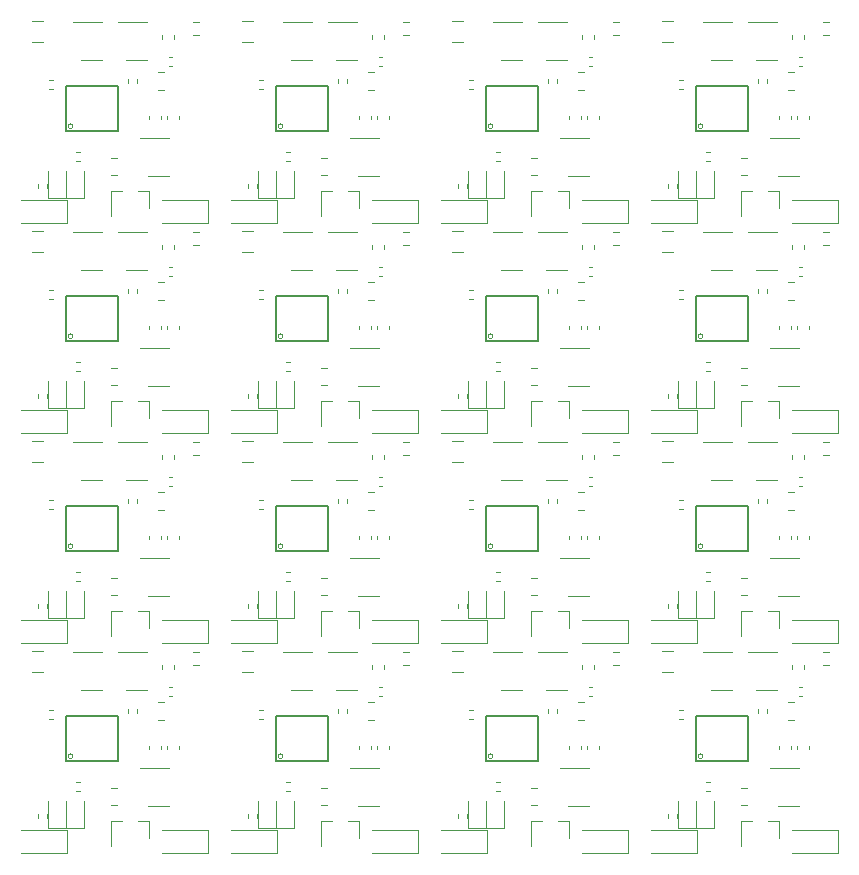
<source format=gbr>
%TF.GenerationSoftware,KiCad,Pcbnew,5.1.8*%
%TF.CreationDate,2020-11-29T15:40:31+01:00*%
%TF.ProjectId,panel,70616e65-6c2e-46b6-9963-61645f706362,rev?*%
%TF.SameCoordinates,Original*%
%TF.FileFunction,Legend,Top*%
%TF.FilePolarity,Positive*%
%FSLAX46Y46*%
G04 Gerber Fmt 4.6, Leading zero omitted, Abs format (unit mm)*
G04 Created by KiCad (PCBNEW 5.1.8) date 2020-11-29 15:40:31*
%MOMM*%
%LPD*%
G01*
G04 APERTURE LIST*
%ADD10C,0.120000*%
%ADD11C,0.100000*%
%ADD12C,0.127000*%
G04 APERTURE END LIST*
D10*
%TO.C,D1*%
X108447016Y-116408516D02*
X108447016Y-118693516D01*
X108447016Y-118693516D02*
X109917016Y-118693516D01*
X109917016Y-118693516D02*
X109917016Y-116408516D01*
%TO.C,D2*%
X106923016Y-116408516D02*
X106923016Y-118693516D01*
X106923016Y-118693516D02*
X108393016Y-118693516D01*
X108393016Y-118693516D02*
X108393016Y-116408516D01*
%TO.C,F1*%
X106469471Y-105520016D02*
X105488561Y-105520016D01*
X106469471Y-103700016D02*
X105488561Y-103700016D01*
D11*
%TO.C,IC1*%
X109004016Y-112611016D02*
G75*
G03*
X109004016Y-112611016I-203000J0D01*
G01*
D12*
X108379016Y-109182016D02*
X108379016Y-112992016D01*
X112779016Y-109182016D02*
X108379016Y-109182016D01*
X112779016Y-112992016D02*
X112779016Y-109182016D01*
X108379016Y-112992016D02*
X112779016Y-112992016D01*
D10*
%TO.C,Q1*%
X115400016Y-118090016D02*
X114470016Y-118090016D01*
X112240016Y-118090016D02*
X113170016Y-118090016D01*
X112240016Y-118090016D02*
X112240016Y-120250016D01*
X115400016Y-118090016D02*
X115400016Y-119550016D01*
%TO.C,R1*%
X109587657Y-115531016D02*
X109280375Y-115531016D01*
X109587657Y-114771016D02*
X109280375Y-114771016D01*
%TO.C,R2*%
X113628016Y-108956657D02*
X113628016Y-108649375D01*
X114388016Y-108956657D02*
X114388016Y-108649375D01*
%TO.C,R3*%
X106998375Y-108675016D02*
X107305657Y-108675016D01*
X106998375Y-109435016D02*
X107305657Y-109435016D01*
%TO.C,R4*%
X106008016Y-117846657D02*
X106008016Y-117539375D01*
X106768016Y-117846657D02*
X106768016Y-117539375D01*
%TO.C,R5*%
X117402157Y-107530016D02*
X117094875Y-107530016D01*
X117402157Y-106770016D02*
X117094875Y-106770016D01*
%TO.C,U1*%
X115351016Y-116827016D02*
X117151016Y-116827016D01*
X117151016Y-113607016D02*
X114701016Y-113607016D01*
%TO.C,U2*%
X113446016Y-106976016D02*
X115246016Y-106976016D01*
X115246016Y-103756016D02*
X112796016Y-103756016D01*
%TO.C,U3*%
X109636016Y-106976016D02*
X111436016Y-106976016D01*
X111436016Y-103756016D02*
X108986016Y-103756016D01*
%TO.C,D3*%
X108510016Y-120850016D02*
X108510016Y-118850016D01*
X108510016Y-118850016D02*
X104610016Y-118850016D01*
X108510016Y-120850016D02*
X104610016Y-120850016D01*
%TO.C,D4*%
X120450016Y-120850016D02*
X120450016Y-118850016D01*
X120450016Y-118850016D02*
X116550016Y-118850016D01*
X120450016Y-120850016D02*
X116550016Y-120850016D01*
%TO.C,C1*%
X112745268Y-116775016D02*
X112222764Y-116775016D01*
X112745268Y-115305016D02*
X112222764Y-115305016D01*
%TO.C,C2*%
X116220764Y-108066016D02*
X116743268Y-108066016D01*
X116220764Y-109536016D02*
X116743268Y-109536016D01*
%TO.C,C3*%
X115403016Y-112002596D02*
X115403016Y-111721436D01*
X116423016Y-112002596D02*
X116423016Y-111721436D01*
%TO.C,C4*%
X116927016Y-112002596D02*
X116927016Y-111721436D01*
X117947016Y-112002596D02*
X117947016Y-111721436D01*
%TO.C,C5*%
X116546016Y-105208096D02*
X116546016Y-104926936D01*
X117566016Y-105208096D02*
X117566016Y-104926936D01*
%TO.C,R6*%
X119167758Y-103833516D02*
X119642274Y-103833516D01*
X119167758Y-104878516D02*
X119642274Y-104878516D01*
%TO.C,D1*%
X90667011Y-116408516D02*
X90667011Y-118693516D01*
X90667011Y-118693516D02*
X92137011Y-118693516D01*
X92137011Y-118693516D02*
X92137011Y-116408516D01*
%TO.C,D2*%
X89143011Y-116408516D02*
X89143011Y-118693516D01*
X89143011Y-118693516D02*
X90613011Y-118693516D01*
X90613011Y-118693516D02*
X90613011Y-116408516D01*
%TO.C,F1*%
X88689466Y-105520016D02*
X87708556Y-105520016D01*
X88689466Y-103700016D02*
X87708556Y-103700016D01*
D11*
%TO.C,IC1*%
X91224011Y-112611016D02*
G75*
G03*
X91224011Y-112611016I-203000J0D01*
G01*
D12*
X90599011Y-109182016D02*
X90599011Y-112992016D01*
X94999011Y-109182016D02*
X90599011Y-109182016D01*
X94999011Y-112992016D02*
X94999011Y-109182016D01*
X90599011Y-112992016D02*
X94999011Y-112992016D01*
D10*
%TO.C,Q1*%
X97620011Y-118090016D02*
X96690011Y-118090016D01*
X94460011Y-118090016D02*
X95390011Y-118090016D01*
X94460011Y-118090016D02*
X94460011Y-120250016D01*
X97620011Y-118090016D02*
X97620011Y-119550016D01*
%TO.C,R1*%
X91807652Y-115531016D02*
X91500370Y-115531016D01*
X91807652Y-114771016D02*
X91500370Y-114771016D01*
%TO.C,R2*%
X95848011Y-108956657D02*
X95848011Y-108649375D01*
X96608011Y-108956657D02*
X96608011Y-108649375D01*
%TO.C,R3*%
X89218370Y-108675016D02*
X89525652Y-108675016D01*
X89218370Y-109435016D02*
X89525652Y-109435016D01*
%TO.C,R4*%
X88228011Y-117846657D02*
X88228011Y-117539375D01*
X88988011Y-117846657D02*
X88988011Y-117539375D01*
%TO.C,R5*%
X99622152Y-107530016D02*
X99314870Y-107530016D01*
X99622152Y-106770016D02*
X99314870Y-106770016D01*
%TO.C,U1*%
X97571011Y-116827016D02*
X99371011Y-116827016D01*
X99371011Y-113607016D02*
X96921011Y-113607016D01*
%TO.C,U2*%
X95666011Y-106976016D02*
X97466011Y-106976016D01*
X97466011Y-103756016D02*
X95016011Y-103756016D01*
%TO.C,U3*%
X91856011Y-106976016D02*
X93656011Y-106976016D01*
X93656011Y-103756016D02*
X91206011Y-103756016D01*
%TO.C,D3*%
X90730011Y-120850016D02*
X90730011Y-118850016D01*
X90730011Y-118850016D02*
X86830011Y-118850016D01*
X90730011Y-120850016D02*
X86830011Y-120850016D01*
%TO.C,D4*%
X102670011Y-120850016D02*
X102670011Y-118850016D01*
X102670011Y-118850016D02*
X98770011Y-118850016D01*
X102670011Y-120850016D02*
X98770011Y-120850016D01*
%TO.C,C1*%
X94965263Y-116775016D02*
X94442759Y-116775016D01*
X94965263Y-115305016D02*
X94442759Y-115305016D01*
%TO.C,C2*%
X98440759Y-108066016D02*
X98963263Y-108066016D01*
X98440759Y-109536016D02*
X98963263Y-109536016D01*
%TO.C,C3*%
X97623011Y-112002596D02*
X97623011Y-111721436D01*
X98643011Y-112002596D02*
X98643011Y-111721436D01*
%TO.C,C4*%
X99147011Y-112002596D02*
X99147011Y-111721436D01*
X100167011Y-112002596D02*
X100167011Y-111721436D01*
%TO.C,C5*%
X98766011Y-105208096D02*
X98766011Y-104926936D01*
X99786011Y-105208096D02*
X99786011Y-104926936D01*
%TO.C,R6*%
X101387753Y-103833516D02*
X101862269Y-103833516D01*
X101387753Y-104878516D02*
X101862269Y-104878516D01*
%TO.C,D1*%
X72887006Y-116408516D02*
X72887006Y-118693516D01*
X72887006Y-118693516D02*
X74357006Y-118693516D01*
X74357006Y-118693516D02*
X74357006Y-116408516D01*
%TO.C,D2*%
X71363006Y-116408516D02*
X71363006Y-118693516D01*
X71363006Y-118693516D02*
X72833006Y-118693516D01*
X72833006Y-118693516D02*
X72833006Y-116408516D01*
%TO.C,F1*%
X70909461Y-105520016D02*
X69928551Y-105520016D01*
X70909461Y-103700016D02*
X69928551Y-103700016D01*
D11*
%TO.C,IC1*%
X73444006Y-112611016D02*
G75*
G03*
X73444006Y-112611016I-203000J0D01*
G01*
D12*
X72819006Y-109182016D02*
X72819006Y-112992016D01*
X77219006Y-109182016D02*
X72819006Y-109182016D01*
X77219006Y-112992016D02*
X77219006Y-109182016D01*
X72819006Y-112992016D02*
X77219006Y-112992016D01*
D10*
%TO.C,Q1*%
X79840006Y-118090016D02*
X78910006Y-118090016D01*
X76680006Y-118090016D02*
X77610006Y-118090016D01*
X76680006Y-118090016D02*
X76680006Y-120250016D01*
X79840006Y-118090016D02*
X79840006Y-119550016D01*
%TO.C,R1*%
X74027647Y-115531016D02*
X73720365Y-115531016D01*
X74027647Y-114771016D02*
X73720365Y-114771016D01*
%TO.C,R2*%
X78068006Y-108956657D02*
X78068006Y-108649375D01*
X78828006Y-108956657D02*
X78828006Y-108649375D01*
%TO.C,R3*%
X71438365Y-108675016D02*
X71745647Y-108675016D01*
X71438365Y-109435016D02*
X71745647Y-109435016D01*
%TO.C,R4*%
X70448006Y-117846657D02*
X70448006Y-117539375D01*
X71208006Y-117846657D02*
X71208006Y-117539375D01*
%TO.C,R5*%
X81842147Y-107530016D02*
X81534865Y-107530016D01*
X81842147Y-106770016D02*
X81534865Y-106770016D01*
%TO.C,U1*%
X79791006Y-116827016D02*
X81591006Y-116827016D01*
X81591006Y-113607016D02*
X79141006Y-113607016D01*
%TO.C,U2*%
X77886006Y-106976016D02*
X79686006Y-106976016D01*
X79686006Y-103756016D02*
X77236006Y-103756016D01*
%TO.C,U3*%
X74076006Y-106976016D02*
X75876006Y-106976016D01*
X75876006Y-103756016D02*
X73426006Y-103756016D01*
%TO.C,D3*%
X72950006Y-120850016D02*
X72950006Y-118850016D01*
X72950006Y-118850016D02*
X69050006Y-118850016D01*
X72950006Y-120850016D02*
X69050006Y-120850016D01*
%TO.C,D4*%
X84890006Y-120850016D02*
X84890006Y-118850016D01*
X84890006Y-118850016D02*
X80990006Y-118850016D01*
X84890006Y-120850016D02*
X80990006Y-120850016D01*
%TO.C,C1*%
X77185258Y-116775016D02*
X76662754Y-116775016D01*
X77185258Y-115305016D02*
X76662754Y-115305016D01*
%TO.C,C2*%
X80660754Y-108066016D02*
X81183258Y-108066016D01*
X80660754Y-109536016D02*
X81183258Y-109536016D01*
%TO.C,C3*%
X79843006Y-112002596D02*
X79843006Y-111721436D01*
X80863006Y-112002596D02*
X80863006Y-111721436D01*
%TO.C,C4*%
X81367006Y-112002596D02*
X81367006Y-111721436D01*
X82387006Y-112002596D02*
X82387006Y-111721436D01*
%TO.C,C5*%
X80986006Y-105208096D02*
X80986006Y-104926936D01*
X82006006Y-105208096D02*
X82006006Y-104926936D01*
%TO.C,R6*%
X83607748Y-103833516D02*
X84082264Y-103833516D01*
X83607748Y-104878516D02*
X84082264Y-104878516D01*
%TO.C,D1*%
X55107001Y-116408516D02*
X55107001Y-118693516D01*
X55107001Y-118693516D02*
X56577001Y-118693516D01*
X56577001Y-118693516D02*
X56577001Y-116408516D01*
%TO.C,D2*%
X53583001Y-116408516D02*
X53583001Y-118693516D01*
X53583001Y-118693516D02*
X55053001Y-118693516D01*
X55053001Y-118693516D02*
X55053001Y-116408516D01*
%TO.C,F1*%
X53129456Y-105520016D02*
X52148546Y-105520016D01*
X53129456Y-103700016D02*
X52148546Y-103700016D01*
D11*
%TO.C,IC1*%
X55664001Y-112611016D02*
G75*
G03*
X55664001Y-112611016I-203000J0D01*
G01*
D12*
X55039001Y-109182016D02*
X55039001Y-112992016D01*
X59439001Y-109182016D02*
X55039001Y-109182016D01*
X59439001Y-112992016D02*
X59439001Y-109182016D01*
X55039001Y-112992016D02*
X59439001Y-112992016D01*
D10*
%TO.C,Q1*%
X62060001Y-118090016D02*
X61130001Y-118090016D01*
X58900001Y-118090016D02*
X59830001Y-118090016D01*
X58900001Y-118090016D02*
X58900001Y-120250016D01*
X62060001Y-118090016D02*
X62060001Y-119550016D01*
%TO.C,R1*%
X56247642Y-115531016D02*
X55940360Y-115531016D01*
X56247642Y-114771016D02*
X55940360Y-114771016D01*
%TO.C,R2*%
X60288001Y-108956657D02*
X60288001Y-108649375D01*
X61048001Y-108956657D02*
X61048001Y-108649375D01*
%TO.C,R3*%
X53658360Y-108675016D02*
X53965642Y-108675016D01*
X53658360Y-109435016D02*
X53965642Y-109435016D01*
%TO.C,R4*%
X52668001Y-117846657D02*
X52668001Y-117539375D01*
X53428001Y-117846657D02*
X53428001Y-117539375D01*
%TO.C,R5*%
X64062142Y-107530016D02*
X63754860Y-107530016D01*
X64062142Y-106770016D02*
X63754860Y-106770016D01*
%TO.C,U1*%
X62011001Y-116827016D02*
X63811001Y-116827016D01*
X63811001Y-113607016D02*
X61361001Y-113607016D01*
%TO.C,U2*%
X60106001Y-106976016D02*
X61906001Y-106976016D01*
X61906001Y-103756016D02*
X59456001Y-103756016D01*
%TO.C,U3*%
X56296001Y-106976016D02*
X58096001Y-106976016D01*
X58096001Y-103756016D02*
X55646001Y-103756016D01*
%TO.C,D3*%
X55170001Y-120850016D02*
X55170001Y-118850016D01*
X55170001Y-118850016D02*
X51270001Y-118850016D01*
X55170001Y-120850016D02*
X51270001Y-120850016D01*
%TO.C,D4*%
X67110001Y-120850016D02*
X67110001Y-118850016D01*
X67110001Y-118850016D02*
X63210001Y-118850016D01*
X67110001Y-120850016D02*
X63210001Y-120850016D01*
%TO.C,C1*%
X59405253Y-116775016D02*
X58882749Y-116775016D01*
X59405253Y-115305016D02*
X58882749Y-115305016D01*
%TO.C,C2*%
X62880749Y-108066016D02*
X63403253Y-108066016D01*
X62880749Y-109536016D02*
X63403253Y-109536016D01*
%TO.C,C3*%
X62063001Y-112002596D02*
X62063001Y-111721436D01*
X63083001Y-112002596D02*
X63083001Y-111721436D01*
%TO.C,C4*%
X63587001Y-112002596D02*
X63587001Y-111721436D01*
X64607001Y-112002596D02*
X64607001Y-111721436D01*
%TO.C,C5*%
X63206001Y-105208096D02*
X63206001Y-104926936D01*
X64226001Y-105208096D02*
X64226001Y-104926936D01*
%TO.C,R6*%
X65827743Y-103833516D02*
X66302259Y-103833516D01*
X65827743Y-104878516D02*
X66302259Y-104878516D01*
%TO.C,D1*%
X108447016Y-98628511D02*
X108447016Y-100913511D01*
X108447016Y-100913511D02*
X109917016Y-100913511D01*
X109917016Y-100913511D02*
X109917016Y-98628511D01*
%TO.C,D2*%
X106923016Y-98628511D02*
X106923016Y-100913511D01*
X106923016Y-100913511D02*
X108393016Y-100913511D01*
X108393016Y-100913511D02*
X108393016Y-98628511D01*
%TO.C,F1*%
X106469471Y-87740011D02*
X105488561Y-87740011D01*
X106469471Y-85920011D02*
X105488561Y-85920011D01*
D11*
%TO.C,IC1*%
X109004016Y-94831011D02*
G75*
G03*
X109004016Y-94831011I-203000J0D01*
G01*
D12*
X108379016Y-91402011D02*
X108379016Y-95212011D01*
X112779016Y-91402011D02*
X108379016Y-91402011D01*
X112779016Y-95212011D02*
X112779016Y-91402011D01*
X108379016Y-95212011D02*
X112779016Y-95212011D01*
D10*
%TO.C,Q1*%
X115400016Y-100310011D02*
X114470016Y-100310011D01*
X112240016Y-100310011D02*
X113170016Y-100310011D01*
X112240016Y-100310011D02*
X112240016Y-102470011D01*
X115400016Y-100310011D02*
X115400016Y-101770011D01*
%TO.C,R1*%
X109587657Y-97751011D02*
X109280375Y-97751011D01*
X109587657Y-96991011D02*
X109280375Y-96991011D01*
%TO.C,R2*%
X113628016Y-91176652D02*
X113628016Y-90869370D01*
X114388016Y-91176652D02*
X114388016Y-90869370D01*
%TO.C,R3*%
X106998375Y-90895011D02*
X107305657Y-90895011D01*
X106998375Y-91655011D02*
X107305657Y-91655011D01*
%TO.C,R4*%
X106008016Y-100066652D02*
X106008016Y-99759370D01*
X106768016Y-100066652D02*
X106768016Y-99759370D01*
%TO.C,R5*%
X117402157Y-89750011D02*
X117094875Y-89750011D01*
X117402157Y-88990011D02*
X117094875Y-88990011D01*
%TO.C,U1*%
X115351016Y-99047011D02*
X117151016Y-99047011D01*
X117151016Y-95827011D02*
X114701016Y-95827011D01*
%TO.C,U2*%
X113446016Y-89196011D02*
X115246016Y-89196011D01*
X115246016Y-85976011D02*
X112796016Y-85976011D01*
%TO.C,U3*%
X109636016Y-89196011D02*
X111436016Y-89196011D01*
X111436016Y-85976011D02*
X108986016Y-85976011D01*
%TO.C,D3*%
X108510016Y-103070011D02*
X108510016Y-101070011D01*
X108510016Y-101070011D02*
X104610016Y-101070011D01*
X108510016Y-103070011D02*
X104610016Y-103070011D01*
%TO.C,D4*%
X120450016Y-103070011D02*
X120450016Y-101070011D01*
X120450016Y-101070011D02*
X116550016Y-101070011D01*
X120450016Y-103070011D02*
X116550016Y-103070011D01*
%TO.C,C1*%
X112745268Y-98995011D02*
X112222764Y-98995011D01*
X112745268Y-97525011D02*
X112222764Y-97525011D01*
%TO.C,C2*%
X116220764Y-90286011D02*
X116743268Y-90286011D01*
X116220764Y-91756011D02*
X116743268Y-91756011D01*
%TO.C,C3*%
X115403016Y-94222591D02*
X115403016Y-93941431D01*
X116423016Y-94222591D02*
X116423016Y-93941431D01*
%TO.C,C4*%
X116927016Y-94222591D02*
X116927016Y-93941431D01*
X117947016Y-94222591D02*
X117947016Y-93941431D01*
%TO.C,C5*%
X116546016Y-87428091D02*
X116546016Y-87146931D01*
X117566016Y-87428091D02*
X117566016Y-87146931D01*
%TO.C,R6*%
X119167758Y-86053511D02*
X119642274Y-86053511D01*
X119167758Y-87098511D02*
X119642274Y-87098511D01*
%TO.C,D1*%
X90667011Y-98628511D02*
X90667011Y-100913511D01*
X90667011Y-100913511D02*
X92137011Y-100913511D01*
X92137011Y-100913511D02*
X92137011Y-98628511D01*
%TO.C,D2*%
X89143011Y-98628511D02*
X89143011Y-100913511D01*
X89143011Y-100913511D02*
X90613011Y-100913511D01*
X90613011Y-100913511D02*
X90613011Y-98628511D01*
%TO.C,F1*%
X88689466Y-87740011D02*
X87708556Y-87740011D01*
X88689466Y-85920011D02*
X87708556Y-85920011D01*
D11*
%TO.C,IC1*%
X91224011Y-94831011D02*
G75*
G03*
X91224011Y-94831011I-203000J0D01*
G01*
D12*
X90599011Y-91402011D02*
X90599011Y-95212011D01*
X94999011Y-91402011D02*
X90599011Y-91402011D01*
X94999011Y-95212011D02*
X94999011Y-91402011D01*
X90599011Y-95212011D02*
X94999011Y-95212011D01*
D10*
%TO.C,Q1*%
X97620011Y-100310011D02*
X96690011Y-100310011D01*
X94460011Y-100310011D02*
X95390011Y-100310011D01*
X94460011Y-100310011D02*
X94460011Y-102470011D01*
X97620011Y-100310011D02*
X97620011Y-101770011D01*
%TO.C,R1*%
X91807652Y-97751011D02*
X91500370Y-97751011D01*
X91807652Y-96991011D02*
X91500370Y-96991011D01*
%TO.C,R2*%
X95848011Y-91176652D02*
X95848011Y-90869370D01*
X96608011Y-91176652D02*
X96608011Y-90869370D01*
%TO.C,R3*%
X89218370Y-90895011D02*
X89525652Y-90895011D01*
X89218370Y-91655011D02*
X89525652Y-91655011D01*
%TO.C,R4*%
X88228011Y-100066652D02*
X88228011Y-99759370D01*
X88988011Y-100066652D02*
X88988011Y-99759370D01*
%TO.C,R5*%
X99622152Y-89750011D02*
X99314870Y-89750011D01*
X99622152Y-88990011D02*
X99314870Y-88990011D01*
%TO.C,U1*%
X97571011Y-99047011D02*
X99371011Y-99047011D01*
X99371011Y-95827011D02*
X96921011Y-95827011D01*
%TO.C,U2*%
X95666011Y-89196011D02*
X97466011Y-89196011D01*
X97466011Y-85976011D02*
X95016011Y-85976011D01*
%TO.C,U3*%
X91856011Y-89196011D02*
X93656011Y-89196011D01*
X93656011Y-85976011D02*
X91206011Y-85976011D01*
%TO.C,D3*%
X90730011Y-103070011D02*
X90730011Y-101070011D01*
X90730011Y-101070011D02*
X86830011Y-101070011D01*
X90730011Y-103070011D02*
X86830011Y-103070011D01*
%TO.C,D4*%
X102670011Y-103070011D02*
X102670011Y-101070011D01*
X102670011Y-101070011D02*
X98770011Y-101070011D01*
X102670011Y-103070011D02*
X98770011Y-103070011D01*
%TO.C,C1*%
X94965263Y-98995011D02*
X94442759Y-98995011D01*
X94965263Y-97525011D02*
X94442759Y-97525011D01*
%TO.C,C2*%
X98440759Y-90286011D02*
X98963263Y-90286011D01*
X98440759Y-91756011D02*
X98963263Y-91756011D01*
%TO.C,C3*%
X97623011Y-94222591D02*
X97623011Y-93941431D01*
X98643011Y-94222591D02*
X98643011Y-93941431D01*
%TO.C,C4*%
X99147011Y-94222591D02*
X99147011Y-93941431D01*
X100167011Y-94222591D02*
X100167011Y-93941431D01*
%TO.C,C5*%
X98766011Y-87428091D02*
X98766011Y-87146931D01*
X99786011Y-87428091D02*
X99786011Y-87146931D01*
%TO.C,R6*%
X101387753Y-86053511D02*
X101862269Y-86053511D01*
X101387753Y-87098511D02*
X101862269Y-87098511D01*
%TO.C,D1*%
X72887006Y-98628511D02*
X72887006Y-100913511D01*
X72887006Y-100913511D02*
X74357006Y-100913511D01*
X74357006Y-100913511D02*
X74357006Y-98628511D01*
%TO.C,D2*%
X71363006Y-98628511D02*
X71363006Y-100913511D01*
X71363006Y-100913511D02*
X72833006Y-100913511D01*
X72833006Y-100913511D02*
X72833006Y-98628511D01*
%TO.C,F1*%
X70909461Y-87740011D02*
X69928551Y-87740011D01*
X70909461Y-85920011D02*
X69928551Y-85920011D01*
D11*
%TO.C,IC1*%
X73444006Y-94831011D02*
G75*
G03*
X73444006Y-94831011I-203000J0D01*
G01*
D12*
X72819006Y-91402011D02*
X72819006Y-95212011D01*
X77219006Y-91402011D02*
X72819006Y-91402011D01*
X77219006Y-95212011D02*
X77219006Y-91402011D01*
X72819006Y-95212011D02*
X77219006Y-95212011D01*
D10*
%TO.C,Q1*%
X79840006Y-100310011D02*
X78910006Y-100310011D01*
X76680006Y-100310011D02*
X77610006Y-100310011D01*
X76680006Y-100310011D02*
X76680006Y-102470011D01*
X79840006Y-100310011D02*
X79840006Y-101770011D01*
%TO.C,R1*%
X74027647Y-97751011D02*
X73720365Y-97751011D01*
X74027647Y-96991011D02*
X73720365Y-96991011D01*
%TO.C,R2*%
X78068006Y-91176652D02*
X78068006Y-90869370D01*
X78828006Y-91176652D02*
X78828006Y-90869370D01*
%TO.C,R3*%
X71438365Y-90895011D02*
X71745647Y-90895011D01*
X71438365Y-91655011D02*
X71745647Y-91655011D01*
%TO.C,R4*%
X70448006Y-100066652D02*
X70448006Y-99759370D01*
X71208006Y-100066652D02*
X71208006Y-99759370D01*
%TO.C,R5*%
X81842147Y-89750011D02*
X81534865Y-89750011D01*
X81842147Y-88990011D02*
X81534865Y-88990011D01*
%TO.C,U1*%
X79791006Y-99047011D02*
X81591006Y-99047011D01*
X81591006Y-95827011D02*
X79141006Y-95827011D01*
%TO.C,U2*%
X77886006Y-89196011D02*
X79686006Y-89196011D01*
X79686006Y-85976011D02*
X77236006Y-85976011D01*
%TO.C,U3*%
X74076006Y-89196011D02*
X75876006Y-89196011D01*
X75876006Y-85976011D02*
X73426006Y-85976011D01*
%TO.C,D3*%
X72950006Y-103070011D02*
X72950006Y-101070011D01*
X72950006Y-101070011D02*
X69050006Y-101070011D01*
X72950006Y-103070011D02*
X69050006Y-103070011D01*
%TO.C,D4*%
X84890006Y-103070011D02*
X84890006Y-101070011D01*
X84890006Y-101070011D02*
X80990006Y-101070011D01*
X84890006Y-103070011D02*
X80990006Y-103070011D01*
%TO.C,C1*%
X77185258Y-98995011D02*
X76662754Y-98995011D01*
X77185258Y-97525011D02*
X76662754Y-97525011D01*
%TO.C,C2*%
X80660754Y-90286011D02*
X81183258Y-90286011D01*
X80660754Y-91756011D02*
X81183258Y-91756011D01*
%TO.C,C3*%
X79843006Y-94222591D02*
X79843006Y-93941431D01*
X80863006Y-94222591D02*
X80863006Y-93941431D01*
%TO.C,C4*%
X81367006Y-94222591D02*
X81367006Y-93941431D01*
X82387006Y-94222591D02*
X82387006Y-93941431D01*
%TO.C,C5*%
X80986006Y-87428091D02*
X80986006Y-87146931D01*
X82006006Y-87428091D02*
X82006006Y-87146931D01*
%TO.C,R6*%
X83607748Y-86053511D02*
X84082264Y-86053511D01*
X83607748Y-87098511D02*
X84082264Y-87098511D01*
%TO.C,D1*%
X55107001Y-98628511D02*
X55107001Y-100913511D01*
X55107001Y-100913511D02*
X56577001Y-100913511D01*
X56577001Y-100913511D02*
X56577001Y-98628511D01*
%TO.C,D2*%
X53583001Y-98628511D02*
X53583001Y-100913511D01*
X53583001Y-100913511D02*
X55053001Y-100913511D01*
X55053001Y-100913511D02*
X55053001Y-98628511D01*
%TO.C,F1*%
X53129456Y-87740011D02*
X52148546Y-87740011D01*
X53129456Y-85920011D02*
X52148546Y-85920011D01*
D11*
%TO.C,IC1*%
X55664001Y-94831011D02*
G75*
G03*
X55664001Y-94831011I-203000J0D01*
G01*
D12*
X55039001Y-91402011D02*
X55039001Y-95212011D01*
X59439001Y-91402011D02*
X55039001Y-91402011D01*
X59439001Y-95212011D02*
X59439001Y-91402011D01*
X55039001Y-95212011D02*
X59439001Y-95212011D01*
D10*
%TO.C,Q1*%
X62060001Y-100310011D02*
X61130001Y-100310011D01*
X58900001Y-100310011D02*
X59830001Y-100310011D01*
X58900001Y-100310011D02*
X58900001Y-102470011D01*
X62060001Y-100310011D02*
X62060001Y-101770011D01*
%TO.C,R1*%
X56247642Y-97751011D02*
X55940360Y-97751011D01*
X56247642Y-96991011D02*
X55940360Y-96991011D01*
%TO.C,R2*%
X60288001Y-91176652D02*
X60288001Y-90869370D01*
X61048001Y-91176652D02*
X61048001Y-90869370D01*
%TO.C,R3*%
X53658360Y-90895011D02*
X53965642Y-90895011D01*
X53658360Y-91655011D02*
X53965642Y-91655011D01*
%TO.C,R4*%
X52668001Y-100066652D02*
X52668001Y-99759370D01*
X53428001Y-100066652D02*
X53428001Y-99759370D01*
%TO.C,R5*%
X64062142Y-89750011D02*
X63754860Y-89750011D01*
X64062142Y-88990011D02*
X63754860Y-88990011D01*
%TO.C,U1*%
X62011001Y-99047011D02*
X63811001Y-99047011D01*
X63811001Y-95827011D02*
X61361001Y-95827011D01*
%TO.C,U2*%
X60106001Y-89196011D02*
X61906001Y-89196011D01*
X61906001Y-85976011D02*
X59456001Y-85976011D01*
%TO.C,U3*%
X56296001Y-89196011D02*
X58096001Y-89196011D01*
X58096001Y-85976011D02*
X55646001Y-85976011D01*
%TO.C,D3*%
X55170001Y-103070011D02*
X55170001Y-101070011D01*
X55170001Y-101070011D02*
X51270001Y-101070011D01*
X55170001Y-103070011D02*
X51270001Y-103070011D01*
%TO.C,D4*%
X67110001Y-103070011D02*
X67110001Y-101070011D01*
X67110001Y-101070011D02*
X63210001Y-101070011D01*
X67110001Y-103070011D02*
X63210001Y-103070011D01*
%TO.C,C1*%
X59405253Y-98995011D02*
X58882749Y-98995011D01*
X59405253Y-97525011D02*
X58882749Y-97525011D01*
%TO.C,C2*%
X62880749Y-90286011D02*
X63403253Y-90286011D01*
X62880749Y-91756011D02*
X63403253Y-91756011D01*
%TO.C,C3*%
X62063001Y-94222591D02*
X62063001Y-93941431D01*
X63083001Y-94222591D02*
X63083001Y-93941431D01*
%TO.C,C4*%
X63587001Y-94222591D02*
X63587001Y-93941431D01*
X64607001Y-94222591D02*
X64607001Y-93941431D01*
%TO.C,C5*%
X63206001Y-87428091D02*
X63206001Y-87146931D01*
X64226001Y-87428091D02*
X64226001Y-87146931D01*
%TO.C,R6*%
X65827743Y-86053511D02*
X66302259Y-86053511D01*
X65827743Y-87098511D02*
X66302259Y-87098511D01*
%TO.C,D1*%
X108447016Y-80848506D02*
X108447016Y-83133506D01*
X108447016Y-83133506D02*
X109917016Y-83133506D01*
X109917016Y-83133506D02*
X109917016Y-80848506D01*
%TO.C,D2*%
X106923016Y-80848506D02*
X106923016Y-83133506D01*
X106923016Y-83133506D02*
X108393016Y-83133506D01*
X108393016Y-83133506D02*
X108393016Y-80848506D01*
%TO.C,F1*%
X106469471Y-69960006D02*
X105488561Y-69960006D01*
X106469471Y-68140006D02*
X105488561Y-68140006D01*
D11*
%TO.C,IC1*%
X109004016Y-77051006D02*
G75*
G03*
X109004016Y-77051006I-203000J0D01*
G01*
D12*
X108379016Y-73622006D02*
X108379016Y-77432006D01*
X112779016Y-73622006D02*
X108379016Y-73622006D01*
X112779016Y-77432006D02*
X112779016Y-73622006D01*
X108379016Y-77432006D02*
X112779016Y-77432006D01*
D10*
%TO.C,Q1*%
X115400016Y-82530006D02*
X114470016Y-82530006D01*
X112240016Y-82530006D02*
X113170016Y-82530006D01*
X112240016Y-82530006D02*
X112240016Y-84690006D01*
X115400016Y-82530006D02*
X115400016Y-83990006D01*
%TO.C,R1*%
X109587657Y-79971006D02*
X109280375Y-79971006D01*
X109587657Y-79211006D02*
X109280375Y-79211006D01*
%TO.C,R2*%
X113628016Y-73396647D02*
X113628016Y-73089365D01*
X114388016Y-73396647D02*
X114388016Y-73089365D01*
%TO.C,R3*%
X106998375Y-73115006D02*
X107305657Y-73115006D01*
X106998375Y-73875006D02*
X107305657Y-73875006D01*
%TO.C,R4*%
X106008016Y-82286647D02*
X106008016Y-81979365D01*
X106768016Y-82286647D02*
X106768016Y-81979365D01*
%TO.C,R5*%
X117402157Y-71970006D02*
X117094875Y-71970006D01*
X117402157Y-71210006D02*
X117094875Y-71210006D01*
%TO.C,U1*%
X115351016Y-81267006D02*
X117151016Y-81267006D01*
X117151016Y-78047006D02*
X114701016Y-78047006D01*
%TO.C,U2*%
X113446016Y-71416006D02*
X115246016Y-71416006D01*
X115246016Y-68196006D02*
X112796016Y-68196006D01*
%TO.C,U3*%
X109636016Y-71416006D02*
X111436016Y-71416006D01*
X111436016Y-68196006D02*
X108986016Y-68196006D01*
%TO.C,D3*%
X108510016Y-85290006D02*
X108510016Y-83290006D01*
X108510016Y-83290006D02*
X104610016Y-83290006D01*
X108510016Y-85290006D02*
X104610016Y-85290006D01*
%TO.C,D4*%
X120450016Y-85290006D02*
X120450016Y-83290006D01*
X120450016Y-83290006D02*
X116550016Y-83290006D01*
X120450016Y-85290006D02*
X116550016Y-85290006D01*
%TO.C,C1*%
X112745268Y-81215006D02*
X112222764Y-81215006D01*
X112745268Y-79745006D02*
X112222764Y-79745006D01*
%TO.C,C2*%
X116220764Y-72506006D02*
X116743268Y-72506006D01*
X116220764Y-73976006D02*
X116743268Y-73976006D01*
%TO.C,C3*%
X115403016Y-76442586D02*
X115403016Y-76161426D01*
X116423016Y-76442586D02*
X116423016Y-76161426D01*
%TO.C,C4*%
X116927016Y-76442586D02*
X116927016Y-76161426D01*
X117947016Y-76442586D02*
X117947016Y-76161426D01*
%TO.C,C5*%
X116546016Y-69648086D02*
X116546016Y-69366926D01*
X117566016Y-69648086D02*
X117566016Y-69366926D01*
%TO.C,R6*%
X119167758Y-68273506D02*
X119642274Y-68273506D01*
X119167758Y-69318506D02*
X119642274Y-69318506D01*
%TO.C,D1*%
X90667011Y-80848506D02*
X90667011Y-83133506D01*
X90667011Y-83133506D02*
X92137011Y-83133506D01*
X92137011Y-83133506D02*
X92137011Y-80848506D01*
%TO.C,D2*%
X89143011Y-80848506D02*
X89143011Y-83133506D01*
X89143011Y-83133506D02*
X90613011Y-83133506D01*
X90613011Y-83133506D02*
X90613011Y-80848506D01*
%TO.C,F1*%
X88689466Y-69960006D02*
X87708556Y-69960006D01*
X88689466Y-68140006D02*
X87708556Y-68140006D01*
D11*
%TO.C,IC1*%
X91224011Y-77051006D02*
G75*
G03*
X91224011Y-77051006I-203000J0D01*
G01*
D12*
X90599011Y-73622006D02*
X90599011Y-77432006D01*
X94999011Y-73622006D02*
X90599011Y-73622006D01*
X94999011Y-77432006D02*
X94999011Y-73622006D01*
X90599011Y-77432006D02*
X94999011Y-77432006D01*
D10*
%TO.C,Q1*%
X97620011Y-82530006D02*
X96690011Y-82530006D01*
X94460011Y-82530006D02*
X95390011Y-82530006D01*
X94460011Y-82530006D02*
X94460011Y-84690006D01*
X97620011Y-82530006D02*
X97620011Y-83990006D01*
%TO.C,R1*%
X91807652Y-79971006D02*
X91500370Y-79971006D01*
X91807652Y-79211006D02*
X91500370Y-79211006D01*
%TO.C,R2*%
X95848011Y-73396647D02*
X95848011Y-73089365D01*
X96608011Y-73396647D02*
X96608011Y-73089365D01*
%TO.C,R3*%
X89218370Y-73115006D02*
X89525652Y-73115006D01*
X89218370Y-73875006D02*
X89525652Y-73875006D01*
%TO.C,R4*%
X88228011Y-82286647D02*
X88228011Y-81979365D01*
X88988011Y-82286647D02*
X88988011Y-81979365D01*
%TO.C,R5*%
X99622152Y-71970006D02*
X99314870Y-71970006D01*
X99622152Y-71210006D02*
X99314870Y-71210006D01*
%TO.C,U1*%
X97571011Y-81267006D02*
X99371011Y-81267006D01*
X99371011Y-78047006D02*
X96921011Y-78047006D01*
%TO.C,U2*%
X95666011Y-71416006D02*
X97466011Y-71416006D01*
X97466011Y-68196006D02*
X95016011Y-68196006D01*
%TO.C,U3*%
X91856011Y-71416006D02*
X93656011Y-71416006D01*
X93656011Y-68196006D02*
X91206011Y-68196006D01*
%TO.C,D3*%
X90730011Y-85290006D02*
X90730011Y-83290006D01*
X90730011Y-83290006D02*
X86830011Y-83290006D01*
X90730011Y-85290006D02*
X86830011Y-85290006D01*
%TO.C,D4*%
X102670011Y-85290006D02*
X102670011Y-83290006D01*
X102670011Y-83290006D02*
X98770011Y-83290006D01*
X102670011Y-85290006D02*
X98770011Y-85290006D01*
%TO.C,C1*%
X94965263Y-81215006D02*
X94442759Y-81215006D01*
X94965263Y-79745006D02*
X94442759Y-79745006D01*
%TO.C,C2*%
X98440759Y-72506006D02*
X98963263Y-72506006D01*
X98440759Y-73976006D02*
X98963263Y-73976006D01*
%TO.C,C3*%
X97623011Y-76442586D02*
X97623011Y-76161426D01*
X98643011Y-76442586D02*
X98643011Y-76161426D01*
%TO.C,C4*%
X99147011Y-76442586D02*
X99147011Y-76161426D01*
X100167011Y-76442586D02*
X100167011Y-76161426D01*
%TO.C,C5*%
X98766011Y-69648086D02*
X98766011Y-69366926D01*
X99786011Y-69648086D02*
X99786011Y-69366926D01*
%TO.C,R6*%
X101387753Y-68273506D02*
X101862269Y-68273506D01*
X101387753Y-69318506D02*
X101862269Y-69318506D01*
%TO.C,D1*%
X72887006Y-80848506D02*
X72887006Y-83133506D01*
X72887006Y-83133506D02*
X74357006Y-83133506D01*
X74357006Y-83133506D02*
X74357006Y-80848506D01*
%TO.C,D2*%
X71363006Y-80848506D02*
X71363006Y-83133506D01*
X71363006Y-83133506D02*
X72833006Y-83133506D01*
X72833006Y-83133506D02*
X72833006Y-80848506D01*
%TO.C,F1*%
X70909461Y-69960006D02*
X69928551Y-69960006D01*
X70909461Y-68140006D02*
X69928551Y-68140006D01*
D11*
%TO.C,IC1*%
X73444006Y-77051006D02*
G75*
G03*
X73444006Y-77051006I-203000J0D01*
G01*
D12*
X72819006Y-73622006D02*
X72819006Y-77432006D01*
X77219006Y-73622006D02*
X72819006Y-73622006D01*
X77219006Y-77432006D02*
X77219006Y-73622006D01*
X72819006Y-77432006D02*
X77219006Y-77432006D01*
D10*
%TO.C,Q1*%
X79840006Y-82530006D02*
X78910006Y-82530006D01*
X76680006Y-82530006D02*
X77610006Y-82530006D01*
X76680006Y-82530006D02*
X76680006Y-84690006D01*
X79840006Y-82530006D02*
X79840006Y-83990006D01*
%TO.C,R1*%
X74027647Y-79971006D02*
X73720365Y-79971006D01*
X74027647Y-79211006D02*
X73720365Y-79211006D01*
%TO.C,R2*%
X78068006Y-73396647D02*
X78068006Y-73089365D01*
X78828006Y-73396647D02*
X78828006Y-73089365D01*
%TO.C,R3*%
X71438365Y-73115006D02*
X71745647Y-73115006D01*
X71438365Y-73875006D02*
X71745647Y-73875006D01*
%TO.C,R4*%
X70448006Y-82286647D02*
X70448006Y-81979365D01*
X71208006Y-82286647D02*
X71208006Y-81979365D01*
%TO.C,R5*%
X81842147Y-71970006D02*
X81534865Y-71970006D01*
X81842147Y-71210006D02*
X81534865Y-71210006D01*
%TO.C,U1*%
X79791006Y-81267006D02*
X81591006Y-81267006D01*
X81591006Y-78047006D02*
X79141006Y-78047006D01*
%TO.C,U2*%
X77886006Y-71416006D02*
X79686006Y-71416006D01*
X79686006Y-68196006D02*
X77236006Y-68196006D01*
%TO.C,U3*%
X74076006Y-71416006D02*
X75876006Y-71416006D01*
X75876006Y-68196006D02*
X73426006Y-68196006D01*
%TO.C,D3*%
X72950006Y-85290006D02*
X72950006Y-83290006D01*
X72950006Y-83290006D02*
X69050006Y-83290006D01*
X72950006Y-85290006D02*
X69050006Y-85290006D01*
%TO.C,D4*%
X84890006Y-85290006D02*
X84890006Y-83290006D01*
X84890006Y-83290006D02*
X80990006Y-83290006D01*
X84890006Y-85290006D02*
X80990006Y-85290006D01*
%TO.C,C1*%
X77185258Y-81215006D02*
X76662754Y-81215006D01*
X77185258Y-79745006D02*
X76662754Y-79745006D01*
%TO.C,C2*%
X80660754Y-72506006D02*
X81183258Y-72506006D01*
X80660754Y-73976006D02*
X81183258Y-73976006D01*
%TO.C,C3*%
X79843006Y-76442586D02*
X79843006Y-76161426D01*
X80863006Y-76442586D02*
X80863006Y-76161426D01*
%TO.C,C4*%
X81367006Y-76442586D02*
X81367006Y-76161426D01*
X82387006Y-76442586D02*
X82387006Y-76161426D01*
%TO.C,C5*%
X80986006Y-69648086D02*
X80986006Y-69366926D01*
X82006006Y-69648086D02*
X82006006Y-69366926D01*
%TO.C,R6*%
X83607748Y-68273506D02*
X84082264Y-68273506D01*
X83607748Y-69318506D02*
X84082264Y-69318506D01*
%TO.C,D1*%
X55107001Y-80848506D02*
X55107001Y-83133506D01*
X55107001Y-83133506D02*
X56577001Y-83133506D01*
X56577001Y-83133506D02*
X56577001Y-80848506D01*
%TO.C,D2*%
X53583001Y-80848506D02*
X53583001Y-83133506D01*
X53583001Y-83133506D02*
X55053001Y-83133506D01*
X55053001Y-83133506D02*
X55053001Y-80848506D01*
%TO.C,F1*%
X53129456Y-69960006D02*
X52148546Y-69960006D01*
X53129456Y-68140006D02*
X52148546Y-68140006D01*
D11*
%TO.C,IC1*%
X55664001Y-77051006D02*
G75*
G03*
X55664001Y-77051006I-203000J0D01*
G01*
D12*
X55039001Y-73622006D02*
X55039001Y-77432006D01*
X59439001Y-73622006D02*
X55039001Y-73622006D01*
X59439001Y-77432006D02*
X59439001Y-73622006D01*
X55039001Y-77432006D02*
X59439001Y-77432006D01*
D10*
%TO.C,Q1*%
X62060001Y-82530006D02*
X61130001Y-82530006D01*
X58900001Y-82530006D02*
X59830001Y-82530006D01*
X58900001Y-82530006D02*
X58900001Y-84690006D01*
X62060001Y-82530006D02*
X62060001Y-83990006D01*
%TO.C,R1*%
X56247642Y-79971006D02*
X55940360Y-79971006D01*
X56247642Y-79211006D02*
X55940360Y-79211006D01*
%TO.C,R2*%
X60288001Y-73396647D02*
X60288001Y-73089365D01*
X61048001Y-73396647D02*
X61048001Y-73089365D01*
%TO.C,R3*%
X53658360Y-73115006D02*
X53965642Y-73115006D01*
X53658360Y-73875006D02*
X53965642Y-73875006D01*
%TO.C,R4*%
X52668001Y-82286647D02*
X52668001Y-81979365D01*
X53428001Y-82286647D02*
X53428001Y-81979365D01*
%TO.C,R5*%
X64062142Y-71970006D02*
X63754860Y-71970006D01*
X64062142Y-71210006D02*
X63754860Y-71210006D01*
%TO.C,U1*%
X62011001Y-81267006D02*
X63811001Y-81267006D01*
X63811001Y-78047006D02*
X61361001Y-78047006D01*
%TO.C,U2*%
X60106001Y-71416006D02*
X61906001Y-71416006D01*
X61906001Y-68196006D02*
X59456001Y-68196006D01*
%TO.C,U3*%
X56296001Y-71416006D02*
X58096001Y-71416006D01*
X58096001Y-68196006D02*
X55646001Y-68196006D01*
%TO.C,D3*%
X55170001Y-85290006D02*
X55170001Y-83290006D01*
X55170001Y-83290006D02*
X51270001Y-83290006D01*
X55170001Y-85290006D02*
X51270001Y-85290006D01*
%TO.C,D4*%
X67110001Y-85290006D02*
X67110001Y-83290006D01*
X67110001Y-83290006D02*
X63210001Y-83290006D01*
X67110001Y-85290006D02*
X63210001Y-85290006D01*
%TO.C,C1*%
X59405253Y-81215006D02*
X58882749Y-81215006D01*
X59405253Y-79745006D02*
X58882749Y-79745006D01*
%TO.C,C2*%
X62880749Y-72506006D02*
X63403253Y-72506006D01*
X62880749Y-73976006D02*
X63403253Y-73976006D01*
%TO.C,C3*%
X62063001Y-76442586D02*
X62063001Y-76161426D01*
X63083001Y-76442586D02*
X63083001Y-76161426D01*
%TO.C,C4*%
X63587001Y-76442586D02*
X63587001Y-76161426D01*
X64607001Y-76442586D02*
X64607001Y-76161426D01*
%TO.C,C5*%
X63206001Y-69648086D02*
X63206001Y-69366926D01*
X64226001Y-69648086D02*
X64226001Y-69366926D01*
%TO.C,R6*%
X65827743Y-68273506D02*
X66302259Y-68273506D01*
X65827743Y-69318506D02*
X66302259Y-69318506D01*
%TO.C,D1*%
X108447016Y-63068501D02*
X108447016Y-65353501D01*
X108447016Y-65353501D02*
X109917016Y-65353501D01*
X109917016Y-65353501D02*
X109917016Y-63068501D01*
%TO.C,D2*%
X106923016Y-63068501D02*
X106923016Y-65353501D01*
X106923016Y-65353501D02*
X108393016Y-65353501D01*
X108393016Y-65353501D02*
X108393016Y-63068501D01*
%TO.C,F1*%
X106469471Y-52180001D02*
X105488561Y-52180001D01*
X106469471Y-50360001D02*
X105488561Y-50360001D01*
D11*
%TO.C,IC1*%
X109004016Y-59271001D02*
G75*
G03*
X109004016Y-59271001I-203000J0D01*
G01*
D12*
X108379016Y-55842001D02*
X108379016Y-59652001D01*
X112779016Y-55842001D02*
X108379016Y-55842001D01*
X112779016Y-59652001D02*
X112779016Y-55842001D01*
X108379016Y-59652001D02*
X112779016Y-59652001D01*
D10*
%TO.C,Q1*%
X115400016Y-64750001D02*
X114470016Y-64750001D01*
X112240016Y-64750001D02*
X113170016Y-64750001D01*
X112240016Y-64750001D02*
X112240016Y-66910001D01*
X115400016Y-64750001D02*
X115400016Y-66210001D01*
%TO.C,R1*%
X109587657Y-62191001D02*
X109280375Y-62191001D01*
X109587657Y-61431001D02*
X109280375Y-61431001D01*
%TO.C,R2*%
X113628016Y-55616642D02*
X113628016Y-55309360D01*
X114388016Y-55616642D02*
X114388016Y-55309360D01*
%TO.C,R3*%
X106998375Y-55335001D02*
X107305657Y-55335001D01*
X106998375Y-56095001D02*
X107305657Y-56095001D01*
%TO.C,R4*%
X106008016Y-64506642D02*
X106008016Y-64199360D01*
X106768016Y-64506642D02*
X106768016Y-64199360D01*
%TO.C,R5*%
X117402157Y-54190001D02*
X117094875Y-54190001D01*
X117402157Y-53430001D02*
X117094875Y-53430001D01*
%TO.C,U1*%
X115351016Y-63487001D02*
X117151016Y-63487001D01*
X117151016Y-60267001D02*
X114701016Y-60267001D01*
%TO.C,U2*%
X113446016Y-53636001D02*
X115246016Y-53636001D01*
X115246016Y-50416001D02*
X112796016Y-50416001D01*
%TO.C,U3*%
X109636016Y-53636001D02*
X111436016Y-53636001D01*
X111436016Y-50416001D02*
X108986016Y-50416001D01*
%TO.C,D3*%
X108510016Y-67510001D02*
X108510016Y-65510001D01*
X108510016Y-65510001D02*
X104610016Y-65510001D01*
X108510016Y-67510001D02*
X104610016Y-67510001D01*
%TO.C,D4*%
X120450016Y-67510001D02*
X120450016Y-65510001D01*
X120450016Y-65510001D02*
X116550016Y-65510001D01*
X120450016Y-67510001D02*
X116550016Y-67510001D01*
%TO.C,C1*%
X112745268Y-63435001D02*
X112222764Y-63435001D01*
X112745268Y-61965001D02*
X112222764Y-61965001D01*
%TO.C,C2*%
X116220764Y-54726001D02*
X116743268Y-54726001D01*
X116220764Y-56196001D02*
X116743268Y-56196001D01*
%TO.C,C3*%
X115403016Y-58662581D02*
X115403016Y-58381421D01*
X116423016Y-58662581D02*
X116423016Y-58381421D01*
%TO.C,C4*%
X116927016Y-58662581D02*
X116927016Y-58381421D01*
X117947016Y-58662581D02*
X117947016Y-58381421D01*
%TO.C,C5*%
X116546016Y-51868081D02*
X116546016Y-51586921D01*
X117566016Y-51868081D02*
X117566016Y-51586921D01*
%TO.C,R6*%
X119167758Y-50493501D02*
X119642274Y-50493501D01*
X119167758Y-51538501D02*
X119642274Y-51538501D01*
%TO.C,D1*%
X90667011Y-63068501D02*
X90667011Y-65353501D01*
X90667011Y-65353501D02*
X92137011Y-65353501D01*
X92137011Y-65353501D02*
X92137011Y-63068501D01*
%TO.C,D2*%
X89143011Y-63068501D02*
X89143011Y-65353501D01*
X89143011Y-65353501D02*
X90613011Y-65353501D01*
X90613011Y-65353501D02*
X90613011Y-63068501D01*
%TO.C,F1*%
X88689466Y-52180001D02*
X87708556Y-52180001D01*
X88689466Y-50360001D02*
X87708556Y-50360001D01*
D11*
%TO.C,IC1*%
X91224011Y-59271001D02*
G75*
G03*
X91224011Y-59271001I-203000J0D01*
G01*
D12*
X90599011Y-55842001D02*
X90599011Y-59652001D01*
X94999011Y-55842001D02*
X90599011Y-55842001D01*
X94999011Y-59652001D02*
X94999011Y-55842001D01*
X90599011Y-59652001D02*
X94999011Y-59652001D01*
D10*
%TO.C,Q1*%
X97620011Y-64750001D02*
X96690011Y-64750001D01*
X94460011Y-64750001D02*
X95390011Y-64750001D01*
X94460011Y-64750001D02*
X94460011Y-66910001D01*
X97620011Y-64750001D02*
X97620011Y-66210001D01*
%TO.C,R1*%
X91807652Y-62191001D02*
X91500370Y-62191001D01*
X91807652Y-61431001D02*
X91500370Y-61431001D01*
%TO.C,R2*%
X95848011Y-55616642D02*
X95848011Y-55309360D01*
X96608011Y-55616642D02*
X96608011Y-55309360D01*
%TO.C,R3*%
X89218370Y-55335001D02*
X89525652Y-55335001D01*
X89218370Y-56095001D02*
X89525652Y-56095001D01*
%TO.C,R4*%
X88228011Y-64506642D02*
X88228011Y-64199360D01*
X88988011Y-64506642D02*
X88988011Y-64199360D01*
%TO.C,R5*%
X99622152Y-54190001D02*
X99314870Y-54190001D01*
X99622152Y-53430001D02*
X99314870Y-53430001D01*
%TO.C,U1*%
X97571011Y-63487001D02*
X99371011Y-63487001D01*
X99371011Y-60267001D02*
X96921011Y-60267001D01*
%TO.C,U2*%
X95666011Y-53636001D02*
X97466011Y-53636001D01*
X97466011Y-50416001D02*
X95016011Y-50416001D01*
%TO.C,U3*%
X91856011Y-53636001D02*
X93656011Y-53636001D01*
X93656011Y-50416001D02*
X91206011Y-50416001D01*
%TO.C,D3*%
X90730011Y-67510001D02*
X90730011Y-65510001D01*
X90730011Y-65510001D02*
X86830011Y-65510001D01*
X90730011Y-67510001D02*
X86830011Y-67510001D01*
%TO.C,D4*%
X102670011Y-67510001D02*
X102670011Y-65510001D01*
X102670011Y-65510001D02*
X98770011Y-65510001D01*
X102670011Y-67510001D02*
X98770011Y-67510001D01*
%TO.C,C1*%
X94965263Y-63435001D02*
X94442759Y-63435001D01*
X94965263Y-61965001D02*
X94442759Y-61965001D01*
%TO.C,C2*%
X98440759Y-54726001D02*
X98963263Y-54726001D01*
X98440759Y-56196001D02*
X98963263Y-56196001D01*
%TO.C,C3*%
X97623011Y-58662581D02*
X97623011Y-58381421D01*
X98643011Y-58662581D02*
X98643011Y-58381421D01*
%TO.C,C4*%
X99147011Y-58662581D02*
X99147011Y-58381421D01*
X100167011Y-58662581D02*
X100167011Y-58381421D01*
%TO.C,C5*%
X98766011Y-51868081D02*
X98766011Y-51586921D01*
X99786011Y-51868081D02*
X99786011Y-51586921D01*
%TO.C,R6*%
X101387753Y-50493501D02*
X101862269Y-50493501D01*
X101387753Y-51538501D02*
X101862269Y-51538501D01*
%TO.C,D1*%
X72887006Y-63068501D02*
X72887006Y-65353501D01*
X72887006Y-65353501D02*
X74357006Y-65353501D01*
X74357006Y-65353501D02*
X74357006Y-63068501D01*
%TO.C,D2*%
X71363006Y-63068501D02*
X71363006Y-65353501D01*
X71363006Y-65353501D02*
X72833006Y-65353501D01*
X72833006Y-65353501D02*
X72833006Y-63068501D01*
%TO.C,F1*%
X70909461Y-52180001D02*
X69928551Y-52180001D01*
X70909461Y-50360001D02*
X69928551Y-50360001D01*
D11*
%TO.C,IC1*%
X73444006Y-59271001D02*
G75*
G03*
X73444006Y-59271001I-203000J0D01*
G01*
D12*
X72819006Y-55842001D02*
X72819006Y-59652001D01*
X77219006Y-55842001D02*
X72819006Y-55842001D01*
X77219006Y-59652001D02*
X77219006Y-55842001D01*
X72819006Y-59652001D02*
X77219006Y-59652001D01*
D10*
%TO.C,Q1*%
X79840006Y-64750001D02*
X78910006Y-64750001D01*
X76680006Y-64750001D02*
X77610006Y-64750001D01*
X76680006Y-64750001D02*
X76680006Y-66910001D01*
X79840006Y-64750001D02*
X79840006Y-66210001D01*
%TO.C,R1*%
X74027647Y-62191001D02*
X73720365Y-62191001D01*
X74027647Y-61431001D02*
X73720365Y-61431001D01*
%TO.C,R2*%
X78068006Y-55616642D02*
X78068006Y-55309360D01*
X78828006Y-55616642D02*
X78828006Y-55309360D01*
%TO.C,R3*%
X71438365Y-55335001D02*
X71745647Y-55335001D01*
X71438365Y-56095001D02*
X71745647Y-56095001D01*
%TO.C,R4*%
X70448006Y-64506642D02*
X70448006Y-64199360D01*
X71208006Y-64506642D02*
X71208006Y-64199360D01*
%TO.C,R5*%
X81842147Y-54190001D02*
X81534865Y-54190001D01*
X81842147Y-53430001D02*
X81534865Y-53430001D01*
%TO.C,U1*%
X79791006Y-63487001D02*
X81591006Y-63487001D01*
X81591006Y-60267001D02*
X79141006Y-60267001D01*
%TO.C,U2*%
X77886006Y-53636001D02*
X79686006Y-53636001D01*
X79686006Y-50416001D02*
X77236006Y-50416001D01*
%TO.C,U3*%
X74076006Y-53636001D02*
X75876006Y-53636001D01*
X75876006Y-50416001D02*
X73426006Y-50416001D01*
%TO.C,D3*%
X72950006Y-67510001D02*
X72950006Y-65510001D01*
X72950006Y-65510001D02*
X69050006Y-65510001D01*
X72950006Y-67510001D02*
X69050006Y-67510001D01*
%TO.C,D4*%
X84890006Y-67510001D02*
X84890006Y-65510001D01*
X84890006Y-65510001D02*
X80990006Y-65510001D01*
X84890006Y-67510001D02*
X80990006Y-67510001D01*
%TO.C,C1*%
X77185258Y-63435001D02*
X76662754Y-63435001D01*
X77185258Y-61965001D02*
X76662754Y-61965001D01*
%TO.C,C2*%
X80660754Y-54726001D02*
X81183258Y-54726001D01*
X80660754Y-56196001D02*
X81183258Y-56196001D01*
%TO.C,C3*%
X79843006Y-58662581D02*
X79843006Y-58381421D01*
X80863006Y-58662581D02*
X80863006Y-58381421D01*
%TO.C,C4*%
X81367006Y-58662581D02*
X81367006Y-58381421D01*
X82387006Y-58662581D02*
X82387006Y-58381421D01*
%TO.C,C5*%
X80986006Y-51868081D02*
X80986006Y-51586921D01*
X82006006Y-51868081D02*
X82006006Y-51586921D01*
%TO.C,R6*%
X83607748Y-50493501D02*
X84082264Y-50493501D01*
X83607748Y-51538501D02*
X84082264Y-51538501D01*
%TO.C,D1*%
X55107001Y-63068501D02*
X55107001Y-65353501D01*
X55107001Y-65353501D02*
X56577001Y-65353501D01*
X56577001Y-65353501D02*
X56577001Y-63068501D01*
%TO.C,D2*%
X53583001Y-63068501D02*
X53583001Y-65353501D01*
X53583001Y-65353501D02*
X55053001Y-65353501D01*
X55053001Y-65353501D02*
X55053001Y-63068501D01*
%TO.C,F1*%
X53129456Y-52180001D02*
X52148546Y-52180001D01*
X53129456Y-50360001D02*
X52148546Y-50360001D01*
D11*
%TO.C,IC1*%
X55664001Y-59271001D02*
G75*
G03*
X55664001Y-59271001I-203000J0D01*
G01*
D12*
X55039001Y-55842001D02*
X55039001Y-59652001D01*
X59439001Y-55842001D02*
X55039001Y-55842001D01*
X59439001Y-59652001D02*
X59439001Y-55842001D01*
X55039001Y-59652001D02*
X59439001Y-59652001D01*
D10*
%TO.C,Q1*%
X62060001Y-64750001D02*
X61130001Y-64750001D01*
X58900001Y-64750001D02*
X59830001Y-64750001D01*
X58900001Y-64750001D02*
X58900001Y-66910001D01*
X62060001Y-64750001D02*
X62060001Y-66210001D01*
%TO.C,R1*%
X56247642Y-62191001D02*
X55940360Y-62191001D01*
X56247642Y-61431001D02*
X55940360Y-61431001D01*
%TO.C,R2*%
X60288001Y-55616642D02*
X60288001Y-55309360D01*
X61048001Y-55616642D02*
X61048001Y-55309360D01*
%TO.C,R3*%
X53658360Y-55335001D02*
X53965642Y-55335001D01*
X53658360Y-56095001D02*
X53965642Y-56095001D01*
%TO.C,R4*%
X52668001Y-64506642D02*
X52668001Y-64199360D01*
X53428001Y-64506642D02*
X53428001Y-64199360D01*
%TO.C,R5*%
X64062142Y-54190001D02*
X63754860Y-54190001D01*
X64062142Y-53430001D02*
X63754860Y-53430001D01*
%TO.C,U1*%
X62011001Y-63487001D02*
X63811001Y-63487001D01*
X63811001Y-60267001D02*
X61361001Y-60267001D01*
%TO.C,U2*%
X60106001Y-53636001D02*
X61906001Y-53636001D01*
X61906001Y-50416001D02*
X59456001Y-50416001D01*
%TO.C,U3*%
X56296001Y-53636001D02*
X58096001Y-53636001D01*
X58096001Y-50416001D02*
X55646001Y-50416001D01*
%TO.C,D3*%
X55170001Y-67510001D02*
X55170001Y-65510001D01*
X55170001Y-65510001D02*
X51270001Y-65510001D01*
X55170001Y-67510001D02*
X51270001Y-67510001D01*
%TO.C,D4*%
X67110001Y-67510001D02*
X67110001Y-65510001D01*
X67110001Y-65510001D02*
X63210001Y-65510001D01*
X67110001Y-67510001D02*
X63210001Y-67510001D01*
%TO.C,C1*%
X59405253Y-63435001D02*
X58882749Y-63435001D01*
X59405253Y-61965001D02*
X58882749Y-61965001D01*
%TO.C,C2*%
X62880749Y-54726001D02*
X63403253Y-54726001D01*
X62880749Y-56196001D02*
X63403253Y-56196001D01*
%TO.C,C3*%
X62063001Y-58662581D02*
X62063001Y-58381421D01*
X63083001Y-58662581D02*
X63083001Y-58381421D01*
%TO.C,C4*%
X63587001Y-58662581D02*
X63587001Y-58381421D01*
X64607001Y-58662581D02*
X64607001Y-58381421D01*
%TO.C,C5*%
X63206001Y-51868081D02*
X63206001Y-51586921D01*
X64226001Y-51868081D02*
X64226001Y-51586921D01*
%TO.C,R6*%
X65827743Y-50493501D02*
X66302259Y-50493501D01*
X65827743Y-51538501D02*
X66302259Y-51538501D01*
%TD*%
M02*

</source>
